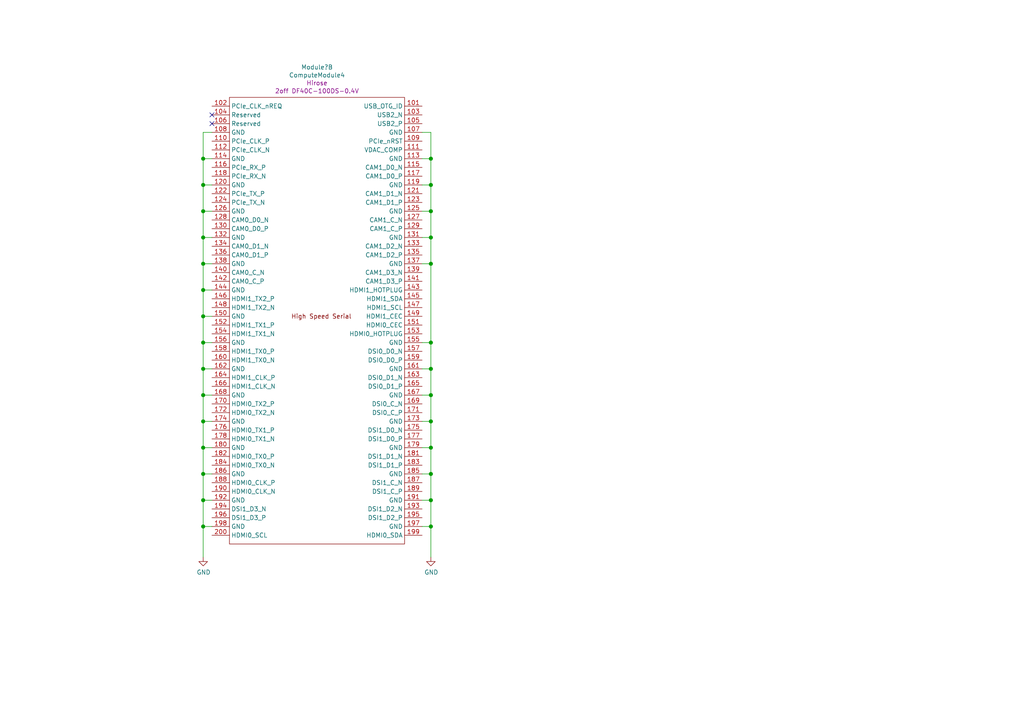
<source format=kicad_sch>
(kicad_sch (version 20200828) (generator eeschema)
  (page 4 6)
  (paper "A4")
  (lib_symbols
    (symbol "CM4IO:ComputeModule4-CM4"
      (property "Reference" "Module" (at 113.03 -68.58 0))
      (property "Value" "ComputeModule4-CM4" (at 140.97 2.54 0))
      (property "Field4" "Hirose" (at 0 0 0))
      (property "Field5" "2x DF40C-100DS-0.4V" (at 0 -2.54 0))
      (symbol "ComputeModule4-CM4_1_0"
        (text "GPIO" (at 0 6.35 0) (effects (font (size 1.27 1.27))))
      )
      (symbol "ComputeModule4-CM4_1_1"
        (text "600mA Max" (at -8.89 -53.34 0) (effects (font (size 1.27 1.27))))
        (text "600mA Max" (at -8.89 -48.26 0) (effects (font (size 1.27 1.27))))
        (text "NB SD signals are only available" (at -1.27 -27.94 0) (effects (font (size 1.27 1.27))))
        (text "on modules without eMMC" (at -1.27 -30.48 0) (effects (font (size 1.27 1.27))))
        (rectangle (start -30.48 -71.12) (end 25.4 58.42))
        (pin power_in line (at 27.94 55.88 180) (length 2.54) (name "GND") (number "1"))
        (pin passive line (at -33.02 45.72 0) (length 2.54) (name "Ethernet_Pair0_N") (number "10"))
        (pin output line (at -33.02 -68.58 0) (length 2.54) (name "nEXTRST") (number "100"))
        (pin passive line (at 27.94 43.18 180) (length 2.54) (name "Ethernet_Pair2_P") (number "11"))
        (pin passive line (at -33.02 43.18 0) (length 2.54) (name "Ethernet_Pair0_P") (number "12"))
        (pin power_in line (at 27.94 40.64 180) (length 2.54) (name "GND") (number "13"))
        (pin power_in line (at -33.02 40.64 0) (length 2.54) (name "GND") (number "14"))
        (pin output line (at 27.94 38.1 180) (length 2.54) (name "Ethernet_nLED3(3.3v)") (number "15"))
        (pin input line (at -33.02 38.1 0) (length 2.54) (name "Ethernet_SYNC_IN(1.8v)") (number "16"))
        (pin output line (at 27.94 35.56 180) (length 2.54) (name "Ethernet_nLED2(3.3v)") (number "17"))
        (pin input line (at -33.02 35.56 0) (length 2.54) (name "Ethernet_SYNC_OUT(1.8v)") (number "18"))
        (pin output line (at 27.94 33.02 180) (length 2.54) (name "Ethernet_nLED1(3.3v)") (number "19"))
        (pin power_in line (at -33.02 55.88 0) (length 2.54) (name "GND") (number "2"))
        (pin passive line (at -33.02 33.02 0) (length 2.54) (name "EEPROM_nWP") (number "20"))
        (pin open_collector line (at 27.94 30.48 180) (length 2.54) (name "PI_nLED_Activity") (number "21"))
        (pin power_in line (at -33.02 30.48 0) (length 2.54) (name "GND") (number "22"))
        (pin power_in line (at 27.94 27.94 180) (length 2.54) (name "GND") (number "23"))
        (pin passive line (at -33.02 27.94 0) (length 2.54) (name "GPIO26") (number "24"))
        (pin passive line (at 27.94 25.4 180) (length 2.54) (name "GPIO21") (number "25"))
        (pin passive line (at -33.02 25.4 0) (length 2.54) (name "GPIO19") (number "26"))
        (pin passive line (at 27.94 22.86 180) (length 2.54) (name "GPIO20") (number "27"))
        (pin passive line (at -33.02 22.86 0) (length 2.54) (name "GPIO13") (number "28"))
        (pin passive line (at 27.94 20.32 180) (length 2.54) (name "GPIO16") (number "29"))
        (pin passive line (at 27.94 53.34 180) (length 2.54) (name "Ethernet_Pair3_P") (number "3"))
        (pin passive line (at -33.02 20.32 0) (length 2.54) (name "GPIO6") (number "30"))
        (pin passive line (at 27.94 17.78 180) (length 2.54) (name "GPIO12") (number "31"))
        (pin power_in line (at -33.02 17.78 0) (length 2.54) (name "GND") (number "32"))
        (pin power_in line (at 27.94 15.24 180) (length 2.54) (name "GND") (number "33"))
        (pin passive line (at -33.02 15.24 0) (length 2.54) (name "GPIO5") (number "34"))
        (pin passive line (at 27.94 12.7 180) (length 2.54) (name "ID_SC") (number "35"))
        (pin passive line (at -33.02 12.7 0) (length 2.54) (name "ID_SD") (number "36"))
        (pin passive line (at 27.94 10.16 180) (length 2.54) (name "GPIO7") (number "37"))
        (pin passive line (at -33.02 10.16 0) (length 2.54) (name "GPIO11") (number "38"))
        (pin passive line (at 27.94 7.62 180) (length 2.54) (name "GPIO8") (number "39"))
        (pin passive line (at -33.02 53.34 0) (length 2.54) (name "Ethernet_Pair1_P") (number "4"))
        (pin passive line (at -33.02 7.62 0) (length 2.54) (name "GPIO9") (number "40"))
        (pin passive line (at 27.94 5.08 180) (length 2.54) (name "GPIO25") (number "41"))
        (pin power_in line (at -33.02 5.08 0) (length 2.54) (name "GND") (number "42"))
        (pin power_in line (at 27.94 2.54 180) (length 2.54) (name "GND") (number "43"))
        (pin passive line (at -33.02 2.54 0) (length 2.54) (name "GPIO10") (number "44"))
        (pin passive line (at 27.94 0 180) (length 2.54) (name "GPIO24") (number "45"))
        (pin passive line (at -33.02 0 0) (length 2.54) (name "GPIO22") (number "46"))
        (pin passive line (at 27.94 -2.54 180) (length 2.54) (name "GPIO23") (number "47"))
        (pin passive line (at -33.02 -2.54 0) (length 2.54) (name "GPIO27") (number "48"))
        (pin passive line (at 27.94 -5.08 180) (length 2.54) (name "GPIO18") (number "49"))
        (pin passive line (at 27.94 50.8 180) (length 2.54) (name "Ethernet_Pair3_N") (number "5"))
        (pin passive line (at -33.02 -5.08 0) (length 2.54) (name "GPIO17") (number "50"))
        (pin passive line (at 27.94 -7.62 180) (length 2.54) (name "GPIO15") (number "51"))
        (pin power_in line (at -33.02 -7.62 0) (length 2.54) (name "GND") (number "52"))
        (pin power_in line (at 27.94 -10.16 180) (length 2.54) (name "GND") (number "53"))
        (pin passive line (at -33.02 -10.16 0) (length 2.54) (name "GPIO4") (number "54"))
        (pin passive line (at 27.94 -12.7 180) (length 2.54) (name "GPIO14") (number "55"))
        (pin passive line (at -33.02 -12.7 0) (length 2.54) (name "GPIO3") (number "56"))
        (pin passive line (at 27.94 -15.24 180) (length 2.54) (name "SD_CLK") (number "57"))
        (pin passive line (at -33.02 -15.24 0) (length 2.54) (name "GPIO2") (number "58"))
        (pin power_in line (at 27.94 -17.78 180) (length 2.54) (name "GND") (number "59"))
        (pin passive line (at -33.02 50.8 0) (length 2.54) (name "Ethernet_Pair1_N") (number "6"))
        (pin power_in line (at -33.02 -17.78 0) (length 2.54) (name "GND") (number "60"))
        (pin passive line (at 27.94 -20.32 180) (length 2.54) (name "SD_DAT3") (number "61"))
        (pin passive line (at -33.02 -20.32 0) (length 2.54) (name "SD_CMD") (number "62"))
        (pin passive line (at 27.94 -22.86 180) (length 2.54) (name "SD_DAT0") (number "63"))
        (pin passive line (at -33.02 -22.86 0) (length 2.54) (name "SD_DAT5") (number "64"))
        (pin power_in line (at 27.94 -25.4 180) (length 2.54) (name "GND") (number "65"))
        (pin power_in line (at -33.02 -25.4 0) (length 2.54) (name "GND") (number "66"))
        (pin passive line (at 27.94 -27.94 180) (length 2.54) (name "SD_DAT1") (number "67"))
        (pin passive line (at -33.02 -27.94 0) (length 2.54) (name "SD_DAT4") (number "68"))
        (pin passive line (at 27.94 -30.48 180) (length 2.54) (name "SD_DAT2") (number "69"))
        (pin power_in line (at 27.94 48.26 180) (length 2.54) (name "GND") (number "7"))
        (pin passive line (at -33.02 -30.48 0) (length 2.54) (name "SD_DAT7") (number "70"))
        (pin power_in line (at 27.94 -33.02 180) (length 2.54) (name "GND") (number "71"))
        (pin passive line (at -33.02 -33.02 0) (length 2.54) (name "SD_DAT6") (number "72"))
        (pin input line (at 27.94 -35.56 180) (length 2.54) (name "SD_VDD_Override") (number "73"))
        (pin power_in line (at -33.02 -35.56 0) (length 2.54) (name "GND") (number "74"))
        (pin output line (at 27.94 -38.1 180) (length 2.54) (name "SD_PWR_ON") (number "75"))
        (pin passive line (at -33.02 -38.1 0) (length 2.54) (name "Reserved") (number "76"))
        (pin power_in line (at 27.94 -40.64 180) (length 2.54) (name "+5v_(Input)") (number "77"))
        (pin power_in line (at -33.02 -40.64 0) (length 2.54) (name "GPIO_VREF(1.8v/3.3v_Input)") (number "78"))
        (pin power_in line (at 27.94 -43.18 180) (length 2.54) (name "+5v_(Input)") (number "79"))
        (pin power_in line (at -33.02 48.26 0) (length 2.54) (name "GND") (number "8"))
        (pin passive line (at -33.02 -43.18 0) (length 2.54) (name "SCL0") (number "80"))
        (pin power_in line (at 27.94 -45.72 180) (length 2.54) (name "+5v_(Input)") (number "81"))
        (pin passive line (at -33.02 -45.72 0) (length 2.54) (name "SDA0") (number "82"))
        (pin power_in line (at 27.94 -48.26 180) (length 2.54) (name "+5v_(Input)") (number "83"))
        (pin power_out line (at -33.02 -48.26 0) (length 2.54) (name "+3.3v_(Output)") (number "84"))
        (pin power_in line (at 27.94 -50.8 180) (length 2.54) (name "+5v_(Input)") (number "85"))
        (pin power_out line (at -33.02 -50.8 0) (length 2.54) (name "+3.3v_(Output)") (number "86"))
        (pin power_in line (at 27.94 -53.34 180) (length 2.54) (name "+5v_(Input)") (number "87"))
        (pin power_out line (at -33.02 -53.34 0) (length 2.54) (name "+1.8v_(Output)") (number "88"))
        (pin power_in line (at 27.94 -55.88 180) (length 2.54) (name "WiFi_nDisable") (number "89"))
        (pin passive line (at 27.94 45.72 180) (length 2.54) (name "Ethernet_Pair2_N") (number "9"))
        (pin power_out line (at -33.02 -55.88 0) (length 2.54) (name "+1.8v_(Output)") (number "90"))
        (pin power_in line (at 27.94 -58.42 180) (length 2.54) (name "BT_nDisable") (number "91"))
        (pin passive line (at -33.02 -58.42 0) (length 2.54) (name "RUN_PG") (number "92"))
        (pin input line (at 27.94 -60.96 180) (length 2.54) (name "nRPIBOOT") (number "93"))
        (pin passive line (at -33.02 -60.96 0) (length 2.54) (name "AnalogIP0") (number "94"))
        (pin output line (at 27.94 -63.5 180) (length 2.54) (name "nPI_LED_PWR") (number "95"))
        (pin passive line (at -33.02 -63.5 0) (length 2.54) (name "AnalogIP1") (number "96"))
        (pin passive line (at 27.94 -66.04 180) (length 2.54) (name "Camera_GPIO") (number "97"))
        (pin power_in line (at -33.02 -66.04 0) (length 2.54) (name "GND") (number "98"))
        (pin input line (at 27.94 -68.58 180) (length 2.54) (name "Global_EN") (number "99"))
      )
      (symbol "ComputeModule4-CM4_2_1"
        (text "High Speed Serial" (at 140.97 0 0) (effects (font (size 1.27 1.27))))
        (rectangle (start 114.3 -66.04) (end 165.1 63.5))
        (pin input line (at 170.18 60.96 180) (length 5.08) (name "USB_OTG_ID") (number "101"))
        (pin input line (at 109.22 60.96 0) (length 5.08) (name "PCIe_CLK_nREQ") (number "102"))
        (pin passive line (at 170.18 58.42 180) (length 5.08) (name "USB2_N") (number "103"))
        (pin passive line (at 109.22 58.42 0) (length 5.08) (name "Reserved") (number "104"))
        (pin passive line (at 170.18 55.88 180) (length 5.08) (name "USB2_P") (number "105"))
        (pin passive line (at 109.22 55.88 0) (length 5.08) (name "Reserved") (number "106"))
        (pin power_in line (at 170.18 53.34 180) (length 5.08) (name "GND") (number "107"))
        (pin power_in line (at 109.22 53.34 0) (length 5.08) (name "GND") (number "108"))
        (pin bidirectional line (at 170.18 50.8 180) (length 5.08) (name "PCIe_nRST") (number "109"))
        (pin output line (at 109.22 50.8 0) (length 5.08) (name "PCIe_CLK_P") (number "110"))
        (pin passive line (at 170.18 48.26 180) (length 5.08) (name "VDAC_COMP") (number "111"))
        (pin output line (at 109.22 48.26 0) (length 5.08) (name "PCIe_CLK_N") (number "112"))
        (pin power_in line (at 170.18 45.72 180) (length 5.08) (name "GND") (number "113"))
        (pin power_in line (at 109.22 45.72 0) (length 5.08) (name "GND") (number "114"))
        (pin input line (at 170.18 43.18 180) (length 5.08) (name "CAM1_D0_N") (number "115"))
        (pin input line (at 109.22 43.18 0) (length 5.08) (name "PCIe_RX_P") (number "116"))
        (pin input line (at 170.18 40.64 180) (length 5.08) (name "CAM1_D0_P") (number "117"))
        (pin input line (at 109.22 40.64 0) (length 5.08) (name "PCIe_RX_N") (number "118"))
        (pin power_in line (at 170.18 38.1 180) (length 5.08) (name "GND") (number "119"))
        (pin power_in line (at 109.22 38.1 0) (length 5.08) (name "GND") (number "120"))
        (pin input line (at 170.18 35.56 180) (length 5.08) (name "CAM1_D1_N") (number "121"))
        (pin output line (at 109.22 35.56 0) (length 5.08) (name "PCIe_TX_P") (number "122"))
        (pin input line (at 170.18 33.02 180) (length 5.08) (name "CAM1_D1_P") (number "123"))
        (pin output line (at 109.22 33.02 0) (length 5.08) (name "PCIe_TX_N") (number "124"))
        (pin power_in line (at 170.18 30.48 180) (length 5.08) (name "GND") (number "125"))
        (pin power_in line (at 109.22 30.48 0) (length 5.08) (name "GND") (number "126"))
        (pin input line (at 170.18 27.94 180) (length 5.08) (name "CAM1_C_N") (number "127"))
        (pin input line (at 109.22 27.94 0) (length 5.08) (name "CAM0_D0_N") (number "128"))
        (pin input line (at 170.18 25.4 180) (length 5.08) (name "CAM1_C_P") (number "129"))
        (pin input line (at 109.22 25.4 0) (length 5.08) (name "CAM0_D0_P") (number "130"))
        (pin power_in line (at 170.18 22.86 180) (length 5.08) (name "GND") (number "131"))
        (pin power_in line (at 109.22 22.86 0) (length 5.08) (name "GND") (number "132"))
        (pin input line (at 170.18 20.32 180) (length 5.08) (name "CAM1_D2_N") (number "133"))
        (pin input line (at 109.22 20.32 0) (length 5.08) (name "CAM0_D1_N") (number "134"))
        (pin input line (at 170.18 17.78 180) (length 5.08) (name "CAM1_D2_P") (number "135"))
        (pin input line (at 109.22 17.78 0) (length 5.08) (name "CAM0_D1_P") (number "136"))
        (pin power_in line (at 170.18 15.24 180) (length 5.08) (name "GND") (number "137"))
        (pin power_in line (at 109.22 15.24 0) (length 5.08) (name "GND") (number "138"))
        (pin input line (at 170.18 12.7 180) (length 5.08) (name "CAM1_D3_N") (number "139"))
        (pin input line (at 109.22 12.7 0) (length 5.08) (name "CAM0_C_N") (number "140"))
        (pin input line (at 170.18 10.16 180) (length 5.08) (name "CAM1_D3_P") (number "141"))
        (pin input line (at 109.22 10.16 0) (length 5.08) (name "CAM0_C_P") (number "142"))
        (pin input line (at 170.18 7.62 180) (length 5.08) (name "HDMI1_HOTPLUG") (number "143"))
        (pin power_in line (at 109.22 7.62 0) (length 5.08) (name "GND") (number "144"))
        (pin bidirectional line (at 170.18 5.08 180) (length 5.08) (name "HDMI1_SDA") (number "145"))
        (pin output line (at 109.22 5.08 0) (length 5.08) (name "HDMI1_TX2_P") (number "146"))
        (pin open_collector line (at 170.18 2.54 180) (length 5.08) (name "HDMI1_SCL") (number "147"))
        (pin output line (at 109.22 2.54 0) (length 5.08) (name "HDMI1_TX2_N") (number "148"))
        (pin open_collector line (at 170.18 0 180) (length 5.08) (name "HDMI1_CEC") (number "149"))
        (pin power_in line (at 109.22 0 0) (length 5.08) (name "GND") (number "150"))
        (pin open_collector line (at 170.18 -2.54 180) (length 5.08) (name "HDMI0_CEC") (number "151"))
        (pin output line (at 109.22 -2.54 0) (length 5.08) (name "HDMI1_TX1_P") (number "152"))
        (pin input line (at 170.18 -5.08 180) (length 5.08) (name "HDMI0_HOTPLUG") (number "153"))
        (pin output line (at 109.22 -5.08 0) (length 5.08) (name "HDMI1_TX1_N") (number "154"))
        (pin power_in line (at 170.18 -7.62 180) (length 5.08) (name "GND") (number "155"))
        (pin power_in line (at 109.22 -7.62 0) (length 5.08) (name "GND") (number "156"))
        (pin output line (at 170.18 -10.16 180) (length 5.08) (name "DSI0_D0_N") (number "157"))
        (pin output line (at 109.22 -10.16 0) (length 5.08) (name "HDMI1_TX0_P") (number "158"))
        (pin output line (at 170.18 -12.7 180) (length 5.08) (name "DSI0_D0_P") (number "159"))
        (pin output line (at 109.22 -12.7 0) (length 5.08) (name "HDMI1_TX0_N") (number "160"))
        (pin power_in line (at 170.18 -15.24 180) (length 5.08) (name "GND") (number "161"))
        (pin power_in line (at 109.22 -15.24 0) (length 5.08) (name "GND") (number "162"))
        (pin output line (at 170.18 -17.78 180) (length 5.08) (name "DSI0_D1_N") (number "163"))
        (pin output line (at 109.22 -17.78 0) (length 5.08) (name "HDMI1_CLK_P") (number "164"))
        (pin output line (at 170.18 -20.32 180) (length 5.08) (name "DSI0_D1_P") (number "165"))
        (pin output line (at 109.22 -20.32 0) (length 5.08) (name "HDMI1_CLK_N") (number "166"))
        (pin power_in line (at 170.18 -22.86 180) (length 5.08) (name "GND") (number "167"))
        (pin power_in line (at 109.22 -22.86 0) (length 5.08) (name "GND") (number "168"))
        (pin output line (at 170.18 -25.4 180) (length 5.08) (name "DSI0_C_N") (number "169"))
        (pin output line (at 109.22 -25.4 0) (length 5.08) (name "HDMI0_TX2_P") (number "170"))
        (pin output line (at 170.18 -27.94 180) (length 5.08) (name "DSI0_C_P") (number "171"))
        (pin output line (at 109.22 -27.94 0) (length 5.08) (name "HDMI0_TX2_N") (number "172"))
        (pin power_in line (at 170.18 -30.48 180) (length 5.08) (name "GND") (number "173"))
        (pin power_in line (at 109.22 -30.48 0) (length 5.08) (name "GND") (number "174"))
        (pin output line (at 170.18 -33.02 180) (length 5.08) (name "DSI1_D0_N") (number "175"))
        (pin output line (at 109.22 -33.02 0) (length 5.08) (name "HDMI0_TX1_P") (number "176"))
        (pin output line (at 170.18 -35.56 180) (length 5.08) (name "DSI1_D0_P") (number "177"))
        (pin output line (at 109.22 -35.56 0) (length 5.08) (name "HDMI0_TX1_N") (number "178"))
        (pin power_in line (at 170.18 -38.1 180) (length 5.08) (name "GND") (number "179"))
        (pin power_in line (at 109.22 -38.1 0) (length 5.08) (name "GND") (number "180"))
        (pin output line (at 170.18 -40.64 180) (length 5.08) (name "DSI1_D1_N") (number "181"))
        (pin output line (at 109.22 -40.64 0) (length 5.08) (name "HDMI0_TX0_P") (number "182"))
        (pin output line (at 170.18 -43.18 180) (length 5.08) (name "DSI1_D1_P") (number "183"))
        (pin output line (at 109.22 -43.18 0) (length 5.08) (name "HDMI0_TX0_N") (number "184"))
        (pin power_in line (at 170.18 -45.72 180) (length 5.08) (name "GND") (number "185"))
        (pin power_in line (at 109.22 -45.72 0) (length 5.08) (name "GND") (number "186"))
        (pin output line (at 170.18 -48.26 180) (length 5.08) (name "DSI1_C_N") (number "187"))
        (pin output line (at 109.22 -48.26 0) (length 5.08) (name "HDMI0_CLK_P") (number "188"))
        (pin output line (at 170.18 -50.8 180) (length 5.08) (name "DSI1_C_P") (number "189"))
        (pin output line (at 109.22 -50.8 0) (length 5.08) (name "HDMI0_CLK_N") (number "190"))
        (pin power_in line (at 170.18 -53.34 180) (length 5.08) (name "GND") (number "191"))
        (pin power_in line (at 109.22 -53.34 0) (length 5.08) (name "GND") (number "192"))
        (pin output line (at 170.18 -55.88 180) (length 5.08) (name "DSI1_D2_N") (number "193"))
        (pin output line (at 109.22 -55.88 0) (length 5.08) (name "DSI1_D3_N") (number "194"))
        (pin output line (at 170.18 -58.42 180) (length 5.08) (name "DSI1_D2_P") (number "195"))
        (pin output line (at 109.22 -58.42 0) (length 5.08) (name "DSI1_D3_P") (number "196"))
        (pin power_in line (at 170.18 -60.96 180) (length 5.08) (name "GND") (number "197"))
        (pin power_in line (at 109.22 -60.96 0) (length 5.08) (name "GND") (number "198"))
        (pin bidirectional line (at 170.18 -63.5 180) (length 5.08) (name "HDMI0_SDA") (number "199"))
        (pin open_collector line (at 109.22 -63.5 0) (length 5.08) (name "HDMI0_SCL") (number "200"))
      )
    )
    (symbol "power:GND" (power) (pin_names (offset 0))
      (property "Value" "GND" (at 0 -3.81 0))
      (symbol "GND_0_1"
        (polyline (pts (xy 0 0) (xy 0 -1.27) (xy 1.27 -1.27) (xy 0 -2.54) (xy -1.27 -1.27) (xy 0 -1.27)))
      )
      (symbol "GND_1_1"
        (pin power_in line (at 0 0 270) (length 0) hide (name "GND") (number "1"))
      )
    )
  )
  (junction (at 58.928 46.0248) (diameter 1.016))
  (junction (at 58.928 53.6448) (diameter 1.016))
  (junction (at 58.928 61.2648) (diameter 1.016))
  (junction (at 58.928 68.8848) (diameter 1.016))
  (junction (at 58.928 76.5048) (diameter 1.016))
  (junction (at 58.928 84.1248) (diameter 1.016))
  (junction (at 58.928 91.7448) (diameter 1.016))
  (junction (at 58.928 99.3648) (diameter 1.016))
  (junction (at 58.928 106.9848) (diameter 1.016))
  (junction (at 58.928 114.6048) (diameter 1.016))
  (junction (at 58.928 122.2248) (diameter 1.016))
  (junction (at 58.928 129.8448) (diameter 1.016))
  (junction (at 58.928 137.4648) (diameter 1.016))
  (junction (at 58.928 145.0848) (diameter 1.016))
  (junction (at 58.928 152.7048) (diameter 1.016))
  (junction (at 124.968 46.0248) (diameter 1.016))
  (junction (at 124.968 53.6448) (diameter 1.016))
  (junction (at 124.968 61.2648) (diameter 1.016))
  (junction (at 124.968 68.8848) (diameter 1.016))
  (junction (at 124.968 76.5048) (diameter 1.016))
  (junction (at 124.968 99.3648) (diameter 1.016))
  (junction (at 124.968 106.9848) (diameter 1.016))
  (junction (at 124.968 114.6048) (diameter 1.016))
  (junction (at 124.968 122.2248) (diameter 1.016))
  (junction (at 124.968 129.8448) (diameter 1.016))
  (junction (at 124.968 137.4648) (diameter 1.016))
  (junction (at 124.968 145.0848) (diameter 1.016))
  (junction (at 124.968 152.7048) (diameter 1.016))
  (no_connect (at 61.468 33.3248))
  (no_connect (at 61.468 35.8648))
  (wire (pts (xy 58.928 38.4048) (xy 58.928 46.0248)))
  (wire (pts (xy 58.928 46.0248) (xy 58.928 53.6448)))
  (wire (pts (xy 58.928 46.0248) (xy 61.468 46.0248)))
  (wire (pts (xy 58.928 53.6448) (xy 58.928 61.2648)))
  (wire (pts (xy 58.928 53.6448) (xy 61.468 53.6448)))
  (wire (pts (xy 58.928 61.2648) (xy 58.928 68.8848)))
  (wire (pts (xy 58.928 61.2648) (xy 61.468 61.2648)))
  (wire (pts (xy 58.928 68.8848) (xy 58.928 76.5048)))
  (wire (pts (xy 58.928 68.8848) (xy 61.468 68.8848)))
  (wire (pts (xy 58.928 76.5048) (xy 58.928 84.1248)))
  (wire (pts (xy 58.928 76.5048) (xy 61.468 76.5048)))
  (wire (pts (xy 58.928 84.1248) (xy 58.928 91.7448)))
  (wire (pts (xy 58.928 84.1248) (xy 61.468 84.1248)))
  (wire (pts (xy 58.928 91.7448) (xy 58.928 99.3648)))
  (wire (pts (xy 58.928 91.7448) (xy 61.468 91.7448)))
  (wire (pts (xy 58.928 99.3648) (xy 58.928 106.9848)))
  (wire (pts (xy 58.928 99.3648) (xy 61.468 99.3648)))
  (wire (pts (xy 58.928 106.9848) (xy 58.928 114.6048)))
  (wire (pts (xy 58.928 106.9848) (xy 61.468 106.9848)))
  (wire (pts (xy 58.928 114.6048) (xy 58.928 122.2248)))
  (wire (pts (xy 58.928 114.6048) (xy 61.468 114.6048)))
  (wire (pts (xy 58.928 122.2248) (xy 58.928 129.8448)))
  (wire (pts (xy 58.928 122.2248) (xy 61.468 122.2248)))
  (wire (pts (xy 58.928 129.8448) (xy 58.928 137.4648)))
  (wire (pts (xy 58.928 129.8448) (xy 61.468 129.8448)))
  (wire (pts (xy 58.928 137.4648) (xy 58.928 145.0848)))
  (wire (pts (xy 58.928 137.4648) (xy 61.468 137.4648)))
  (wire (pts (xy 58.928 145.0848) (xy 58.928 152.7048)))
  (wire (pts (xy 58.928 152.7048) (xy 58.928 161.5948)))
  (wire (pts (xy 61.468 38.4048) (xy 58.928 38.4048)))
  (wire (pts (xy 61.468 145.0848) (xy 58.928 145.0848)))
  (wire (pts (xy 61.468 152.7048) (xy 58.928 152.7048)))
  (wire (pts (xy 122.428 46.0248) (xy 124.968 46.0248)))
  (wire (pts (xy 122.428 53.6448) (xy 124.968 53.6448)))
  (wire (pts (xy 122.428 61.2648) (xy 124.968 61.2648)))
  (wire (pts (xy 122.428 68.8848) (xy 124.968 68.8848)))
  (wire (pts (xy 122.428 76.5048) (xy 124.968 76.5048)))
  (wire (pts (xy 122.428 99.3648) (xy 124.968 99.3648)))
  (wire (pts (xy 122.428 106.9848) (xy 124.968 106.9848)))
  (wire (pts (xy 122.428 114.6048) (xy 124.968 114.6048)))
  (wire (pts (xy 122.428 122.2248) (xy 124.968 122.2248)))
  (wire (pts (xy 122.428 129.8448) (xy 124.968 129.8448)))
  (wire (pts (xy 122.428 137.4648) (xy 124.968 137.4648)))
  (wire (pts (xy 122.428 145.0848) (xy 124.968 145.0848)))
  (wire (pts (xy 122.428 152.7048) (xy 124.968 152.7048)))
  (wire (pts (xy 124.968 38.4048) (xy 122.428 38.4048)))
  (wire (pts (xy 124.968 46.0248) (xy 124.968 38.4048)))
  (wire (pts (xy 124.968 53.6448) (xy 124.968 46.0248)))
  (wire (pts (xy 124.968 61.2648) (xy 124.968 53.6448)))
  (wire (pts (xy 124.968 68.8848) (xy 124.968 61.2648)))
  (wire (pts (xy 124.968 76.5048) (xy 124.968 68.8848)))
  (wire (pts (xy 124.968 76.5048) (xy 124.968 99.3648)))
  (wire (pts (xy 124.968 99.3648) (xy 124.968 106.9848)))
  (wire (pts (xy 124.968 106.9848) (xy 124.968 114.6048)))
  (wire (pts (xy 124.968 114.6048) (xy 124.968 122.2248)))
  (wire (pts (xy 124.968 122.2248) (xy 124.968 129.8448)))
  (wire (pts (xy 124.968 129.8448) (xy 124.968 137.4648)))
  (wire (pts (xy 124.968 137.4648) (xy 124.968 145.0848)))
  (wire (pts (xy 124.968 145.0848) (xy 124.968 152.7048)))
  (wire (pts (xy 124.968 152.7048) (xy 124.968 161.5948)))
  (symbol (lib_id "power:GND") (at 58.928 161.5948 0) (unit 1)
    (property "Reference" "#PWR?" (effects hide))
    (property "Value" "GND" (at 59.055 165.989 0))
  )
  (symbol (lib_id "power:GND") (at 124.968 161.5948 0) (unit 1)
    (property "Reference" "#PWR?" (effects hide))
    (property "Value" "GND" (at 125.095 165.989 0))
  )
  (symbol (lib_id "CM4IO:ComputeModule4-CM4") (at -47.752 91.7448 0) (unit 2)
    (property "Reference" "Module?" (at 91.948 19.4818 0))
    (property "Value" "ComputeModule4" (at 91.948 21.7932 0))
    (property "Footprint" "CM4IO:Raspberry-Pi-4-Compute-Module" (effects hide))
    (property "Field4" "Hirose" (at 91.948 24.0792 0))
    (property "Field5" "2off DF40C-100DS-0.4V" (at 91.948 26.3906 0))
    (property "Field6" "2off DF40C-100DS-0.4V" (effects hide))
    (property "Field7" "Hirose" (effects hide))
    (property "Part Description" "	100 Position Connector Receptacle, Center Strip Contacts Surface Mount Gold" (effects hide))
  )
)
</source>
